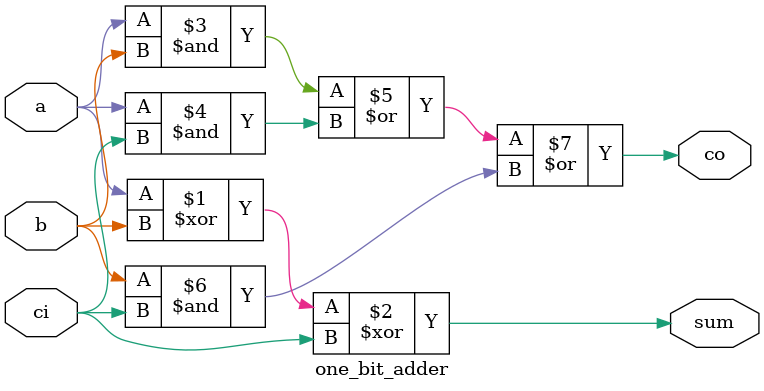
<source format=sv>


// assign wire1 = a^b;
// assign wire2 = wire1 & ci;

// wire wire3 = a&b;

// always_comb begin
// 	co = wire2|wire3;
// 	sum = wire1^ci;
// end
// endmodule

module one_bit_adder(
    input logic a, b, ci,
    output logic sum, co
);

    assign sum = a ^ b ^ ci;
    assign co = (a & b) | (a & ci) | (b & ci);

endmodule

</source>
